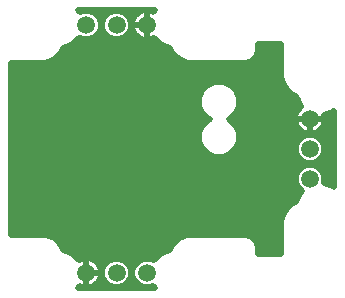
<source format=gbl>
G75*
%MOIN*%
%OFA0B0*%
%FSLAX25Y25*%
%IPPOS*%
%LPD*%
%AMOC8*
5,1,8,0,0,1.08239X$1,22.5*
%
%ADD10C,0.05937*%
%ADD11C,0.02000*%
D10*
X0032118Y0015079D03*
X0042157Y0015079D03*
X0052197Y0015079D03*
X0106606Y0046339D03*
X0106606Y0056378D03*
X0106606Y0066417D03*
X0052197Y0097677D03*
X0042157Y0097677D03*
X0032118Y0097677D03*
D11*
X0023745Y0024297D02*
X0024449Y0022598D01*
X0024724Y0022598D01*
X0027574Y0021418D01*
X0029613Y0019379D01*
X0030211Y0019683D01*
X0030955Y0019925D01*
X0031727Y0020047D01*
X0032118Y0020047D01*
X0032118Y0015079D01*
X0032118Y0015079D01*
X0032118Y0020047D01*
X0032509Y0020047D01*
X0033282Y0019925D01*
X0034025Y0019683D01*
X0034722Y0019328D01*
X0035355Y0018868D01*
X0035908Y0018315D01*
X0036368Y0017683D01*
X0036723Y0016986D01*
X0036964Y0016242D01*
X0037087Y0015470D01*
X0037087Y0015079D01*
X0032118Y0015079D01*
X0032118Y0015079D01*
X0032118Y0015079D01*
X0032118Y0010110D01*
X0031727Y0010110D01*
X0030955Y0010233D01*
X0030211Y0010474D01*
X0029844Y0010661D01*
X0029756Y0010449D01*
X0029357Y0010050D01*
X0054958Y0010050D01*
X0054559Y0010449D01*
X0054401Y0010830D01*
X0053145Y0010310D01*
X0051248Y0010310D01*
X0049496Y0011036D01*
X0048154Y0012378D01*
X0047428Y0014130D01*
X0047428Y0016027D01*
X0048154Y0017780D01*
X0049496Y0019121D01*
X0051248Y0019847D01*
X0053145Y0019847D01*
X0054577Y0019254D01*
X0056740Y0021418D01*
X0059591Y0022598D01*
X0059866Y0022598D01*
X0060570Y0024297D01*
X0060570Y0024297D01*
X0062821Y0026548D01*
X0062821Y0026548D01*
X0065762Y0027767D01*
X0085288Y0027767D01*
X0087144Y0026998D01*
X0088565Y0025577D01*
X0089333Y0023721D01*
X0089333Y0021270D01*
X0096950Y0021270D01*
X0096950Y0032773D01*
X0098168Y0035714D01*
X0098168Y0035714D01*
X0100420Y0037966D01*
X0100420Y0037966D01*
X0102118Y0038669D01*
X0102118Y0038944D01*
X0103299Y0041795D01*
X0103853Y0042349D01*
X0102564Y0043637D01*
X0101838Y0045390D01*
X0101838Y0047287D01*
X0102564Y0049040D01*
X0103905Y0050381D01*
X0105658Y0051107D01*
X0107555Y0051107D01*
X0109307Y0050381D01*
X0110649Y0049040D01*
X0111375Y0047287D01*
X0111375Y0045390D01*
X0111278Y0045157D01*
X0111417Y0045157D01*
X0114267Y0043977D01*
X0114667Y0043578D01*
X0114667Y0069178D01*
X0114267Y0068779D01*
X0111443Y0067609D01*
X0111452Y0067581D01*
X0111575Y0066808D01*
X0111575Y0066417D01*
X0106606Y0066417D01*
X0106606Y0066417D01*
X0106606Y0061449D01*
X0106215Y0061449D01*
X0105443Y0061571D01*
X0104699Y0061813D01*
X0104002Y0062168D01*
X0103370Y0062628D01*
X0102817Y0063181D01*
X0102357Y0063813D01*
X0102002Y0064510D01*
X0101760Y0065254D01*
X0101638Y0066026D01*
X0101638Y0066417D01*
X0106606Y0066417D01*
X0106606Y0066417D01*
X0106606Y0061449D01*
X0106997Y0061449D01*
X0107770Y0061571D01*
X0108514Y0061813D01*
X0109210Y0062168D01*
X0109843Y0062628D01*
X0110396Y0063181D01*
X0110856Y0063813D01*
X0111211Y0064510D01*
X0111452Y0065254D01*
X0111575Y0066026D01*
X0111575Y0066417D01*
X0106606Y0066417D01*
X0101638Y0066417D01*
X0101638Y0066808D01*
X0101760Y0067581D01*
X0102002Y0068325D01*
X0102357Y0069021D01*
X0102817Y0069654D01*
X0103370Y0070207D01*
X0103765Y0070495D01*
X0103299Y0070961D01*
X0102118Y0073812D01*
X0102118Y0074087D01*
X0100420Y0074790D01*
X0100420Y0074790D01*
X0098168Y0077042D01*
X0098168Y0077042D01*
X0096950Y0079983D01*
X0096950Y0091485D01*
X0089333Y0091485D01*
X0089333Y0089035D01*
X0088565Y0087179D01*
X0087144Y0085758D01*
X0085288Y0084989D01*
X0065762Y0084989D01*
X0062821Y0086208D01*
X0062821Y0086208D01*
X0060570Y0088459D01*
X0060570Y0088459D01*
X0059866Y0090157D01*
X0059591Y0090157D01*
X0056740Y0091338D01*
X0054702Y0093377D01*
X0054104Y0093073D01*
X0053360Y0092831D01*
X0052588Y0092709D01*
X0052197Y0092709D01*
X0052197Y0097677D01*
X0052197Y0097677D01*
X0052197Y0092709D01*
X0051806Y0092709D01*
X0051033Y0092831D01*
X0050290Y0093073D01*
X0049593Y0093428D01*
X0048960Y0093887D01*
X0048407Y0094440D01*
X0047947Y0095073D01*
X0047592Y0095770D01*
X0047351Y0096514D01*
X0047228Y0097286D01*
X0047228Y0097677D01*
X0052197Y0097677D01*
X0052197Y0097677D01*
X0052197Y0097677D01*
X0052197Y0102646D01*
X0052588Y0102646D01*
X0053360Y0102523D01*
X0054104Y0102282D01*
X0054471Y0102095D01*
X0054559Y0102307D01*
X0054958Y0102706D01*
X0029357Y0102706D01*
X0029756Y0102307D01*
X0029914Y0101926D01*
X0031170Y0102446D01*
X0033067Y0102446D01*
X0034819Y0101720D01*
X0036161Y0100378D01*
X0036887Y0098626D01*
X0036887Y0096729D01*
X0036161Y0094976D01*
X0034819Y0093635D01*
X0033067Y0092909D01*
X0031170Y0092909D01*
X0029738Y0093502D01*
X0027574Y0091338D01*
X0024724Y0090157D01*
X0024449Y0090157D01*
X0023745Y0088459D01*
X0023745Y0088459D01*
X0021494Y0086208D01*
X0021494Y0086208D01*
X0018552Y0084989D01*
X0007050Y0084989D01*
X0007050Y0027767D01*
X0018552Y0027767D01*
X0021494Y0026548D01*
X0021494Y0026548D01*
X0023745Y0024297D01*
X0023745Y0024297D01*
X0023057Y0024985D02*
X0061258Y0024985D01*
X0060027Y0022987D02*
X0024288Y0022987D01*
X0028004Y0020988D02*
X0056311Y0020988D01*
X0049364Y0018990D02*
X0044990Y0018990D01*
X0044859Y0019121D02*
X0046200Y0017780D01*
X0046926Y0016027D01*
X0046926Y0014130D01*
X0046200Y0012378D01*
X0044859Y0011036D01*
X0043106Y0010310D01*
X0041209Y0010310D01*
X0039456Y0011036D01*
X0038115Y0012378D01*
X0037389Y0014130D01*
X0037389Y0016027D01*
X0038115Y0017780D01*
X0039456Y0019121D01*
X0041209Y0019847D01*
X0043106Y0019847D01*
X0044859Y0019121D01*
X0046527Y0016991D02*
X0047828Y0016991D01*
X0047428Y0014993D02*
X0046926Y0014993D01*
X0046455Y0012994D02*
X0047899Y0012994D01*
X0049594Y0010996D02*
X0044760Y0010996D01*
X0039554Y0010996D02*
X0034951Y0010996D01*
X0034722Y0010829D02*
X0035355Y0011289D01*
X0035908Y0011842D01*
X0036368Y0012475D01*
X0036723Y0013171D01*
X0036964Y0013915D01*
X0037087Y0014688D01*
X0037087Y0015079D01*
X0032118Y0015079D01*
X0032118Y0010110D01*
X0032509Y0010110D01*
X0033282Y0010233D01*
X0034025Y0010474D01*
X0034722Y0010829D01*
X0032118Y0010996D02*
X0032118Y0010996D01*
X0032118Y0012994D02*
X0032118Y0012994D01*
X0032118Y0014993D02*
X0032118Y0014993D01*
X0032118Y0016991D02*
X0032118Y0016991D01*
X0032118Y0018990D02*
X0032118Y0018990D01*
X0035188Y0018990D02*
X0039325Y0018990D01*
X0037788Y0016991D02*
X0036720Y0016991D01*
X0037087Y0014993D02*
X0037389Y0014993D01*
X0037860Y0012994D02*
X0036632Y0012994D01*
X0020443Y0026984D02*
X0063872Y0026984D01*
X0087158Y0026984D02*
X0096950Y0026984D01*
X0096950Y0024985D02*
X0088810Y0024985D01*
X0089333Y0022987D02*
X0096950Y0022987D01*
X0096950Y0028982D02*
X0007050Y0028982D01*
X0007050Y0030981D02*
X0096950Y0030981D01*
X0097035Y0032979D02*
X0007050Y0032979D01*
X0007050Y0034978D02*
X0097863Y0034978D01*
X0099430Y0036976D02*
X0007050Y0036976D01*
X0007050Y0038975D02*
X0102131Y0038975D01*
X0102959Y0040973D02*
X0007050Y0040973D01*
X0007050Y0042972D02*
X0103229Y0042972D01*
X0102012Y0044970D02*
X0007050Y0044970D01*
X0007050Y0046969D02*
X0101838Y0046969D01*
X0102534Y0048967D02*
X0007050Y0048967D01*
X0007050Y0050966D02*
X0105317Y0050966D01*
X0105658Y0051609D02*
X0107555Y0051609D01*
X0109307Y0052335D01*
X0110649Y0053677D01*
X0111375Y0055429D01*
X0111375Y0057326D01*
X0110649Y0059079D01*
X0109307Y0060420D01*
X0107555Y0061146D01*
X0105658Y0061146D01*
X0103905Y0060420D01*
X0102564Y0059079D01*
X0101838Y0057326D01*
X0101838Y0055429D01*
X0102564Y0053677D01*
X0103905Y0052335D01*
X0105658Y0051609D01*
X0107896Y0050966D02*
X0114667Y0050966D01*
X0114667Y0052964D02*
X0109936Y0052964D01*
X0111181Y0054963D02*
X0114667Y0054963D01*
X0114667Y0056961D02*
X0111375Y0056961D01*
X0110698Y0058960D02*
X0114667Y0058960D01*
X0114667Y0060958D02*
X0108009Y0060958D01*
X0106606Y0062957D02*
X0106606Y0062957D01*
X0105204Y0060958D02*
X0083024Y0060958D01*
X0083024Y0061642D02*
X0082008Y0064095D01*
X0080130Y0065972D01*
X0079531Y0066220D01*
X0080130Y0066469D01*
X0082008Y0068346D01*
X0083024Y0070799D01*
X0083024Y0073453D01*
X0082008Y0075906D01*
X0080130Y0077783D01*
X0077678Y0078799D01*
X0075023Y0078799D01*
X0072570Y0077783D01*
X0070693Y0075906D01*
X0069677Y0073453D01*
X0069677Y0070799D01*
X0070693Y0068346D01*
X0072570Y0066469D01*
X0073170Y0066220D01*
X0072570Y0065972D01*
X0070693Y0064095D01*
X0069677Y0061642D01*
X0069677Y0058988D01*
X0070693Y0056535D01*
X0072570Y0054658D01*
X0075023Y0053642D01*
X0077678Y0053642D01*
X0080130Y0054658D01*
X0082008Y0056535D01*
X0083024Y0058988D01*
X0083024Y0061642D01*
X0082479Y0062957D02*
X0103040Y0062957D01*
X0101857Y0064955D02*
X0081147Y0064955D01*
X0080616Y0066954D02*
X0101661Y0066954D01*
X0102322Y0068952D02*
X0082259Y0068952D01*
X0083024Y0070951D02*
X0103309Y0070951D01*
X0102475Y0072949D02*
X0083024Y0072949D01*
X0082405Y0074948D02*
X0100262Y0074948D01*
X0098264Y0076946D02*
X0080967Y0076946D01*
X0071733Y0076946D02*
X0007050Y0076946D01*
X0007050Y0074948D02*
X0070296Y0074948D01*
X0069677Y0072949D02*
X0007050Y0072949D01*
X0007050Y0070951D02*
X0069677Y0070951D01*
X0070442Y0068952D02*
X0007050Y0068952D01*
X0007050Y0066954D02*
X0072085Y0066954D01*
X0071553Y0064955D02*
X0007050Y0064955D01*
X0007050Y0062957D02*
X0070222Y0062957D01*
X0069677Y0060958D02*
X0007050Y0060958D01*
X0007050Y0058960D02*
X0069689Y0058960D01*
X0070516Y0056961D02*
X0007050Y0056961D01*
X0007050Y0054963D02*
X0072265Y0054963D01*
X0080436Y0054963D02*
X0102031Y0054963D01*
X0101838Y0056961D02*
X0082184Y0056961D01*
X0083012Y0058960D02*
X0102514Y0058960D01*
X0106606Y0064955D02*
X0106606Y0064955D01*
X0106606Y0066417D02*
X0106606Y0066417D01*
X0110172Y0062957D02*
X0114667Y0062957D01*
X0114667Y0064955D02*
X0111355Y0064955D01*
X0111552Y0066954D02*
X0114667Y0066954D01*
X0114667Y0068952D02*
X0114441Y0068952D01*
X0097380Y0078945D02*
X0007050Y0078945D01*
X0007050Y0080943D02*
X0096950Y0080943D01*
X0096950Y0082942D02*
X0007050Y0082942D01*
X0007050Y0084940D02*
X0096950Y0084940D01*
X0096950Y0086939D02*
X0088325Y0086939D01*
X0089293Y0088937D02*
X0096950Y0088937D01*
X0096950Y0090936D02*
X0089333Y0090936D01*
X0062090Y0086939D02*
X0022225Y0086939D01*
X0023943Y0088937D02*
X0060372Y0088937D01*
X0057712Y0090936D02*
X0026603Y0090936D01*
X0029171Y0092934D02*
X0031107Y0092934D01*
X0033129Y0092934D02*
X0041147Y0092934D01*
X0041209Y0092909D02*
X0039456Y0093635D01*
X0038115Y0094976D01*
X0037389Y0096729D01*
X0037389Y0098626D01*
X0038115Y0100378D01*
X0039456Y0101720D01*
X0041209Y0102446D01*
X0043106Y0102446D01*
X0044859Y0101720D01*
X0046200Y0100378D01*
X0046926Y0098626D01*
X0046926Y0096729D01*
X0046200Y0094976D01*
X0044859Y0093635D01*
X0043106Y0092909D01*
X0041209Y0092909D01*
X0043168Y0092934D02*
X0050715Y0092934D01*
X0052197Y0092934D02*
X0052197Y0092934D01*
X0053679Y0092934D02*
X0055144Y0092934D01*
X0052197Y0094933D02*
X0052197Y0094933D01*
X0052197Y0096932D02*
X0052197Y0096932D01*
X0052197Y0097677D02*
X0047228Y0097677D01*
X0047228Y0098068D01*
X0047351Y0098841D01*
X0047592Y0099584D01*
X0047947Y0100281D01*
X0048407Y0100914D01*
X0048960Y0101467D01*
X0049593Y0101927D01*
X0050290Y0102282D01*
X0051033Y0102523D01*
X0051806Y0102646D01*
X0052197Y0102646D01*
X0052197Y0097677D01*
X0052197Y0098930D02*
X0052197Y0098930D01*
X0052197Y0100929D02*
X0052197Y0100929D01*
X0048422Y0100929D02*
X0045650Y0100929D01*
X0046800Y0098930D02*
X0047380Y0098930D01*
X0047285Y0096932D02*
X0046926Y0096932D01*
X0046157Y0094933D02*
X0048049Y0094933D01*
X0038665Y0100929D02*
X0035610Y0100929D01*
X0036761Y0098930D02*
X0037515Y0098930D01*
X0037389Y0096932D02*
X0036887Y0096932D01*
X0036118Y0094933D02*
X0038158Y0094933D01*
X0007050Y0052964D02*
X0103276Y0052964D01*
X0110679Y0048967D02*
X0114667Y0048967D01*
X0114667Y0046969D02*
X0111375Y0046969D01*
X0111869Y0044970D02*
X0114667Y0044970D01*
M02*

</source>
